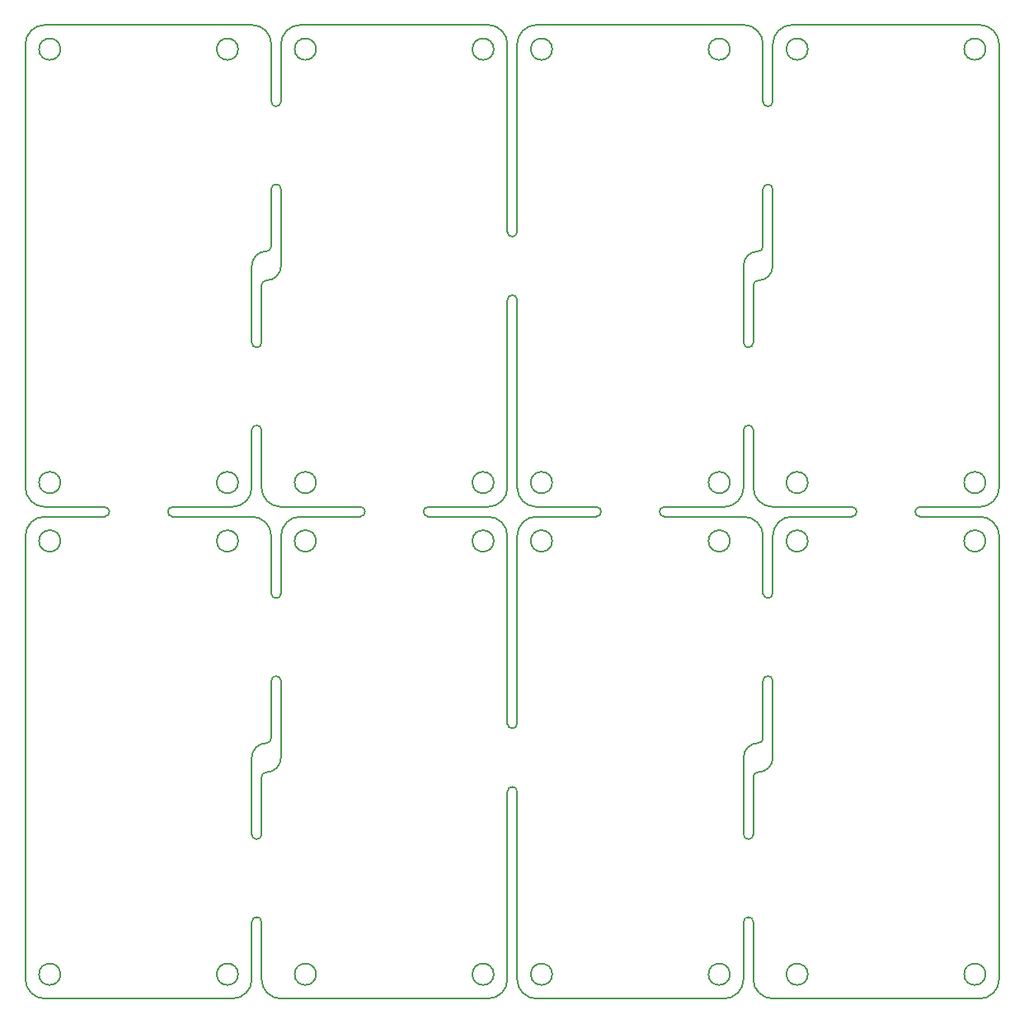
<source format=gm1>
%TF.GenerationSoftware,KiCad,Pcbnew,(5.1.8)-1*%
%TF.CreationDate,2021-06-03T01:22:04+09:00*%
%TF.ProjectId,MiniMD,4d696e69-4d44-42e6-9b69-6361645f7063,rev?*%
%TF.SameCoordinates,Original*%
%TF.FileFunction,Profile,NP*%
%FSLAX46Y46*%
G04 Gerber Fmt 4.6, Leading zero omitted, Abs format (unit mm)*
G04 Created by KiCad (PCBNEW (5.1.8)-1) date 2021-06-03 01:22:04*
%MOMM*%
%LPD*%
G01*
G04 APERTURE LIST*
%TA.AperFunction,Profile*%
%ADD10C,0.200000*%
%TD*%
G04 APERTURE END LIST*
D10*
X250910000Y-156172000D02*
G75*
G03*
X250910000Y-156172000I-1100000J0D01*
G01*
X155910000Y-105672000D02*
G75*
G03*
X155910000Y-105672000I-1100000J0D01*
G01*
X200410000Y-105672000D02*
G75*
G03*
X200410000Y-105672000I-1100000J0D01*
G01*
X174160000Y-105672000D02*
G75*
G03*
X174160000Y-105672000I-1100000J0D01*
G01*
X182160000Y-61172000D02*
G75*
G03*
X182160000Y-61172000I-1100000J0D01*
G01*
X250910000Y-105672000D02*
G75*
G03*
X250910000Y-105672000I-1100000J0D01*
G01*
X154310000Y-158672000D02*
X173560000Y-158672000D01*
X176560000Y-150797000D02*
X176560000Y-156672000D01*
X232660000Y-61172000D02*
G75*
G03*
X232660000Y-61172000I-1100000J0D01*
G01*
X206410000Y-61172000D02*
G75*
G03*
X206410000Y-61172000I-1100000J0D01*
G01*
X232660000Y-105672000D02*
G75*
G03*
X232660000Y-105672000I-1100000J0D01*
G01*
X224660000Y-105672000D02*
G75*
G03*
X224660000Y-105672000I-1100000J0D01*
G01*
X224660000Y-61172000D02*
G75*
G03*
X224660000Y-61172000I-1100000J0D01*
G01*
X206410000Y-105672000D02*
G75*
G03*
X206410000Y-105672000I-1100000J0D01*
G01*
X232660000Y-111672000D02*
G75*
G03*
X232660000Y-111672000I-1100000J0D01*
G01*
X175560000Y-133922000D02*
G75*
G02*
X177060000Y-132422000I1500000J0D01*
G01*
X176560000Y-135922000D02*
X176560000Y-141797000D01*
X160435000Y-109172000D02*
X154310000Y-109172000D01*
X201810000Y-156672000D02*
X201810000Y-137422000D01*
X178560000Y-158672000D02*
X199810000Y-158672000D01*
X199810000Y-109172000D02*
X193685000Y-109172000D01*
X160435000Y-108172000D02*
G75*
G02*
X160435000Y-109172000I0J-500000D01*
G01*
X201810000Y-130422000D02*
X201810000Y-111172000D01*
X224660000Y-156172000D02*
G75*
G03*
X224660000Y-156172000I-1100000J0D01*
G01*
X177560000Y-131922000D02*
X177560000Y-126047000D01*
X232660000Y-156172000D02*
G75*
G03*
X232660000Y-156172000I-1100000J0D01*
G01*
X177560000Y-117047000D02*
X177560000Y-111172000D01*
X178560000Y-126047000D02*
X178560000Y-133922000D01*
X224660000Y-111672000D02*
G75*
G03*
X224660000Y-111672000I-1100000J0D01*
G01*
X244185000Y-109172000D02*
G75*
G02*
X244185000Y-108172000I0J500000D01*
G01*
X175560000Y-141797000D02*
X175560000Y-133922000D01*
X175560000Y-109172000D02*
X167435000Y-109172000D01*
X155910000Y-61172000D02*
G75*
G03*
X155910000Y-61172000I-1100000J0D01*
G01*
X200410000Y-111672000D02*
G75*
G03*
X200410000Y-111672000I-1100000J0D01*
G01*
X174160000Y-111672000D02*
G75*
G03*
X174160000Y-111672000I-1100000J0D01*
G01*
X155910000Y-156172000D02*
G75*
G03*
X155910000Y-156172000I-1100000J0D01*
G01*
X250910000Y-111672000D02*
G75*
G03*
X250910000Y-111672000I-1100000J0D01*
G01*
X152310000Y-111172000D02*
X152310000Y-156672000D01*
X250910000Y-61172000D02*
G75*
G03*
X250910000Y-61172000I-1100000J0D01*
G01*
X182160000Y-156172000D02*
G75*
G03*
X182160000Y-156172000I-1100000J0D01*
G01*
X178560000Y-111172000D02*
X178560000Y-117047000D01*
X186685000Y-109172000D02*
X180560000Y-109172000D01*
X174160000Y-156172000D02*
G75*
G03*
X174160000Y-156172000I-1100000J0D01*
G01*
X175560000Y-150797000D02*
G75*
G02*
X176560000Y-150797000I500000J0D01*
G01*
X206410000Y-156172000D02*
G75*
G03*
X206410000Y-156172000I-1100000J0D01*
G01*
X200410000Y-61172000D02*
G75*
G03*
X200410000Y-61172000I-1100000J0D01*
G01*
X175560000Y-156672000D02*
X175560000Y-150797000D01*
X206410000Y-111672000D02*
G75*
G03*
X206410000Y-111672000I-1100000J0D01*
G01*
X178560000Y-133922000D02*
G75*
G02*
X177060000Y-135422000I-1500000J0D01*
G01*
X226060000Y-150797000D02*
G75*
G02*
X227060000Y-150797000I500000J0D01*
G01*
X200410000Y-156172000D02*
G75*
G03*
X200410000Y-156172000I-1100000J0D01*
G01*
X155910000Y-111672000D02*
G75*
G03*
X155910000Y-111672000I-1100000J0D01*
G01*
X182160000Y-111672000D02*
G75*
G03*
X182160000Y-111672000I-1100000J0D01*
G01*
X182160000Y-105672000D02*
G75*
G03*
X182160000Y-105672000I-1100000J0D01*
G01*
X174160000Y-61172000D02*
G75*
G03*
X174160000Y-61172000I-1100000J0D01*
G01*
X201810000Y-137422000D02*
G75*
G02*
X202810000Y-137422000I500000J0D01*
G01*
X178560000Y-111172000D02*
G75*
G02*
X180560000Y-109172000I2000000J0D01*
G01*
X178560000Y-108172000D02*
G75*
G02*
X176560000Y-106172000I0J2000000D01*
G01*
X229060000Y-60672000D02*
G75*
G02*
X231060000Y-58672000I2000000J0D01*
G01*
X250310000Y-58672000D02*
X231060000Y-58672000D01*
X204810000Y-158672000D02*
G75*
G02*
X202810000Y-156672000I0J2000000D01*
G01*
X227060000Y-85422000D02*
X227060000Y-91297000D01*
X154310000Y-158672000D02*
G75*
G02*
X152310000Y-156672000I0J2000000D01*
G01*
X226060000Y-58672000D02*
G75*
G02*
X228060000Y-60672000I0J-2000000D01*
G01*
X178560000Y-83422000D02*
G75*
G02*
X177060000Y-84922000I-1500000J0D01*
G01*
X175560000Y-109172000D02*
G75*
G02*
X177560000Y-111172000I0J-2000000D01*
G01*
X175560000Y-83422000D02*
G75*
G02*
X177060000Y-81922000I1500000J0D01*
G01*
X176560000Y-85422000D02*
X176560000Y-91297000D01*
X229060000Y-126047000D02*
X229060000Y-133922000D01*
X167435000Y-108172000D02*
X173560000Y-108172000D01*
X250310000Y-58672000D02*
G75*
G02*
X252310000Y-60672000I0J-2000000D01*
G01*
X252310000Y-106172000D02*
G75*
G02*
X250310000Y-108172000I-2000000J0D01*
G01*
X250310000Y-109172000D02*
G75*
G02*
X252310000Y-111172000I0J-2000000D01*
G01*
X252310000Y-156672000D02*
G75*
G02*
X250310000Y-158672000I-2000000J0D01*
G01*
X199810000Y-109172000D02*
G75*
G02*
X201810000Y-111172000I0J-2000000D01*
G01*
X226060000Y-156672000D02*
G75*
G02*
X224060000Y-158672000I-2000000J0D01*
G01*
X201810000Y-156672000D02*
G75*
G02*
X199810000Y-158672000I-2000000J0D01*
G01*
X199810000Y-58672000D02*
G75*
G02*
X201810000Y-60672000I0J-2000000D01*
G01*
X226060000Y-106172000D02*
G75*
G02*
X224060000Y-108172000I-2000000J0D01*
G01*
X201810000Y-106172000D02*
G75*
G02*
X199810000Y-108172000I-2000000J0D01*
G01*
X229060000Y-158672000D02*
G75*
G02*
X227060000Y-156672000I0J2000000D01*
G01*
X175560000Y-156672000D02*
G75*
G02*
X173560000Y-158672000I-2000000J0D01*
G01*
X175560000Y-58672000D02*
G75*
G02*
X177560000Y-60672000I0J-2000000D01*
G01*
X178560000Y-60672000D02*
G75*
G02*
X180560000Y-58672000I2000000J0D01*
G01*
X204810000Y-108172000D02*
G75*
G02*
X202810000Y-106172000I0J2000000D01*
G01*
X229060000Y-111172000D02*
G75*
G02*
X231060000Y-109172000I2000000J0D01*
G01*
X229060000Y-108172000D02*
G75*
G02*
X227060000Y-106172000I0J2000000D01*
G01*
X152310000Y-60672000D02*
G75*
G02*
X154310000Y-58672000I2000000J0D01*
G01*
X175560000Y-91297000D02*
X175560000Y-83422000D01*
X178560000Y-108172000D02*
X186685000Y-108172000D01*
X226060000Y-133922000D02*
G75*
G02*
X227560000Y-132422000I1500000J0D01*
G01*
X202810000Y-60672000D02*
G75*
G02*
X204810000Y-58672000I2000000J0D01*
G01*
X178560000Y-158672000D02*
G75*
G02*
X176560000Y-156672000I0J2000000D01*
G01*
X229060000Y-111172000D02*
X229060000Y-117047000D01*
X152310000Y-111172000D02*
G75*
G02*
X154310000Y-109172000I2000000J0D01*
G01*
X237185000Y-109172000D02*
X231060000Y-109172000D01*
X229060000Y-108172000D02*
X237185000Y-108172000D01*
X229060000Y-83422000D02*
G75*
G02*
X227560000Y-84922000I-1500000J0D01*
G01*
X229060000Y-75547000D02*
X229060000Y-83422000D01*
X228060000Y-81422000D02*
X228060000Y-75547000D01*
X226060000Y-83422000D02*
G75*
G02*
X227560000Y-81922000I1500000J0D01*
G01*
X154310000Y-108172000D02*
G75*
G02*
X152310000Y-106172000I0J2000000D01*
G01*
X178560000Y-75547000D02*
X178560000Y-83422000D01*
X226060000Y-91297000D02*
X226060000Y-83422000D01*
X228060000Y-131922000D02*
X228060000Y-126047000D01*
X177560000Y-81422000D02*
X177560000Y-75547000D01*
X226060000Y-109172000D02*
G75*
G02*
X228060000Y-111172000I0J-2000000D01*
G01*
X226060000Y-141797000D02*
X226060000Y-133922000D01*
X176560000Y-100297000D02*
X176560000Y-106172000D01*
X227060000Y-135922000D02*
X227060000Y-141797000D01*
X229060000Y-133922000D02*
G75*
G02*
X227560000Y-135422000I-1500000J0D01*
G01*
X202810000Y-111172000D02*
G75*
G02*
X204810000Y-109172000I2000000J0D01*
G01*
X175560000Y-106172000D02*
G75*
G02*
X173560000Y-108172000I-2000000J0D01*
G01*
X175560000Y-106172000D02*
X175560000Y-100297000D01*
X152310000Y-60672000D02*
X152310000Y-106172000D01*
X202810000Y-111172000D02*
X202810000Y-130422000D01*
X201810000Y-106172000D02*
X201810000Y-86922000D01*
X154310000Y-108172000D02*
X160435000Y-108172000D01*
X202810000Y-79922000D02*
G75*
G02*
X201810000Y-79922000I-500000J0D01*
G01*
X226060000Y-100297000D02*
G75*
G02*
X227060000Y-100297000I500000J0D01*
G01*
X217935000Y-109172000D02*
G75*
G02*
X217935000Y-108172000I0J500000D01*
G01*
X237185000Y-108172000D02*
G75*
G02*
X237185000Y-109172000I0J-500000D01*
G01*
X177560000Y-81422000D02*
G75*
G02*
X177060000Y-81922000I-500000J0D01*
G01*
X177560000Y-131922000D02*
G75*
G02*
X177060000Y-132422000I-500000J0D01*
G01*
X177560000Y-75547000D02*
G75*
G02*
X178560000Y-75547000I500000J0D01*
G01*
X202810000Y-60672000D02*
X202810000Y-79922000D01*
X202810000Y-86922000D02*
X202810000Y-106172000D01*
X176560000Y-85422000D02*
G75*
G02*
X177060000Y-84922000I500000J0D01*
G01*
X227060000Y-100297000D02*
X227060000Y-106172000D01*
X202810000Y-137422000D02*
X202810000Y-156672000D01*
X227060000Y-141797000D02*
G75*
G02*
X226060000Y-141797000I-500000J0D01*
G01*
X252310000Y-106172000D02*
X252310000Y-60672000D01*
X201810000Y-79922000D02*
X201810000Y-60672000D01*
X250310000Y-109172000D02*
X244185000Y-109172000D01*
X175560000Y-58672000D02*
X154310000Y-58672000D01*
X228060000Y-81422000D02*
G75*
G02*
X227560000Y-81922000I-500000J0D01*
G01*
X227060000Y-135922000D02*
G75*
G02*
X227560000Y-135422000I500000J0D01*
G01*
X227060000Y-85422000D02*
G75*
G02*
X227560000Y-84922000I500000J0D01*
G01*
X176560000Y-141797000D02*
G75*
G02*
X175560000Y-141797000I-500000J0D01*
G01*
X176560000Y-135922000D02*
G75*
G02*
X177060000Y-135422000I500000J0D01*
G01*
X210935000Y-109172000D02*
X204810000Y-109172000D01*
X226060000Y-58672000D02*
X204810000Y-58672000D01*
X175560000Y-100297000D02*
G75*
G02*
X176560000Y-100297000I500000J0D01*
G01*
X199810000Y-58672000D02*
X180560000Y-58672000D01*
X228060000Y-75547000D02*
G75*
G02*
X229060000Y-75547000I500000J0D01*
G01*
X228060000Y-126047000D02*
G75*
G02*
X229060000Y-126047000I500000J0D01*
G01*
X178560000Y-66547000D02*
G75*
G02*
X177560000Y-66547000I-500000J0D01*
G01*
X229060000Y-66547000D02*
G75*
G02*
X228060000Y-66547000I-500000J0D01*
G01*
X229060000Y-60672000D02*
X229060000Y-66547000D01*
X178560000Y-60672000D02*
X178560000Y-66547000D01*
X201810000Y-86922000D02*
G75*
G02*
X202810000Y-86922000I500000J0D01*
G01*
X193685000Y-109172000D02*
G75*
G02*
X193685000Y-108172000I0J500000D01*
G01*
X176560000Y-91297000D02*
G75*
G02*
X175560000Y-91297000I-500000J0D01*
G01*
X202810000Y-130422000D02*
G75*
G02*
X201810000Y-130422000I-500000J0D01*
G01*
X177560000Y-126047000D02*
G75*
G02*
X178560000Y-126047000I500000J0D01*
G01*
X228060000Y-131922000D02*
G75*
G02*
X227560000Y-132422000I-500000J0D01*
G01*
X177560000Y-66547000D02*
X177560000Y-60672000D01*
X186685000Y-108172000D02*
G75*
G02*
X186685000Y-109172000I0J-500000D01*
G01*
X210935000Y-108172000D02*
G75*
G02*
X210935000Y-109172000I0J-500000D01*
G01*
X229060000Y-117047000D02*
G75*
G02*
X228060000Y-117047000I-500000J0D01*
G01*
X227060000Y-91297000D02*
G75*
G02*
X226060000Y-91297000I-500000J0D01*
G01*
X228060000Y-66547000D02*
X228060000Y-60672000D01*
X167435000Y-109172000D02*
G75*
G02*
X167435000Y-108172000I0J500000D01*
G01*
X178560000Y-117047000D02*
G75*
G02*
X177560000Y-117047000I-500000J0D01*
G01*
X244185000Y-108172000D02*
X250310000Y-108172000D01*
X227060000Y-150797000D02*
X227060000Y-156672000D01*
X193685000Y-108172000D02*
X199810000Y-108172000D01*
X226060000Y-156672000D02*
X226060000Y-150797000D01*
X204810000Y-108172000D02*
X210935000Y-108172000D01*
X229060000Y-158672000D02*
X250310000Y-158672000D01*
X252310000Y-156672000D02*
X252310000Y-111172000D01*
X204810000Y-158672000D02*
X224060000Y-158672000D01*
X226060000Y-109172000D02*
X217935000Y-109172000D01*
X217935000Y-108172000D02*
X224060000Y-108172000D01*
X228060000Y-117047000D02*
X228060000Y-111172000D01*
X226060000Y-106172000D02*
X226060000Y-100297000D01*
M02*

</source>
